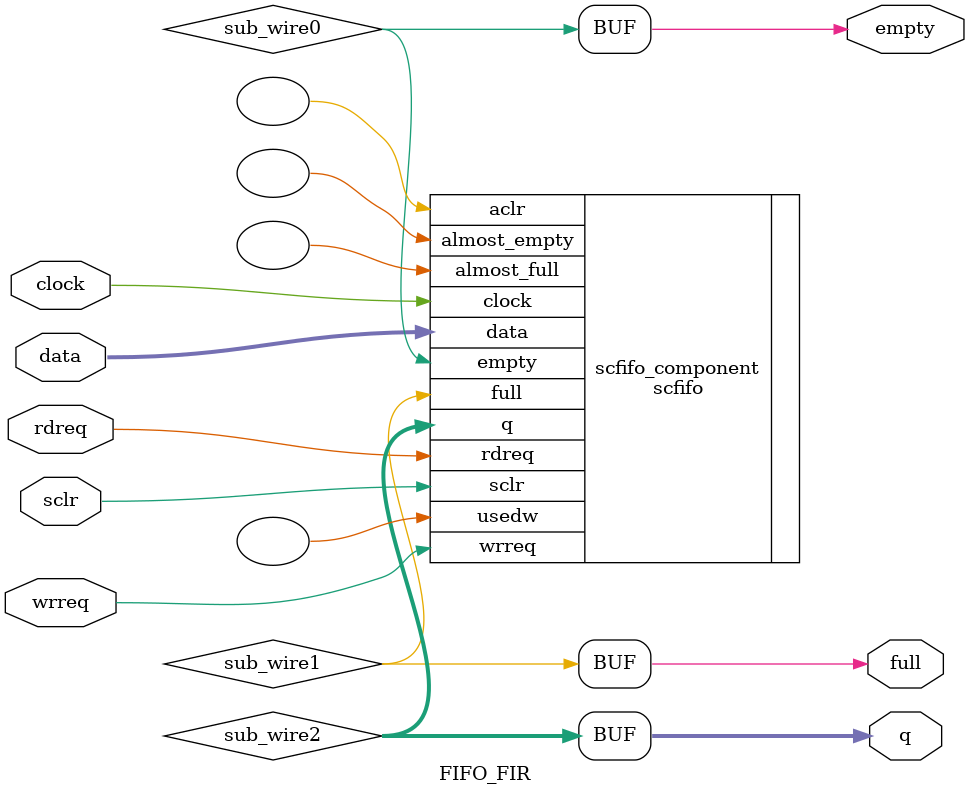
<source format=v>
module FIFO_FIR (
	clock,
	data,
	rdreq,
	sclr,
	wrreq,
	empty,
	full,
	q);
	input	  clock;
	input	[29:0]  data;
	input	  rdreq;
	input	  sclr;
	input	  wrreq;
	output	  empty;
	output	  full;
	output	[29:0]  q;
	wire  sub_wire0;
	wire  sub_wire1;
	wire [29:0] sub_wire2;
	wire  empty = sub_wire0;
	wire  full = sub_wire1;
	wire [29:0] q = sub_wire2[29:0];
	scfifo	scfifo_component (
				.clock (clock),
				.data (data),
				.rdreq (rdreq),
				.sclr (sclr),
				.wrreq (wrreq),
				.empty (sub_wire0),
				.full (sub_wire1),
				.q (sub_wire2),
				.aclr (),
				.almost_empty (),
				.almost_full (),
				.usedw ());
	defparam
		scfifo_component.add_ram_output_register = "ON",
		scfifo_component.intended_device_family = "Cyclone II",
		scfifo_component.lpm_numwords = 16,
		scfifo_component.lpm_showahead = "OFF",
		scfifo_component.lpm_type = "scfifo",
		scfifo_component.lpm_width = 30,
		scfifo_component.lpm_widthu = 4,
		scfifo_component.overflow_checking = "ON",
		scfifo_component.underflow_checking = "ON",
		scfifo_component.use_eab = "ON";
endmodule
</source>
